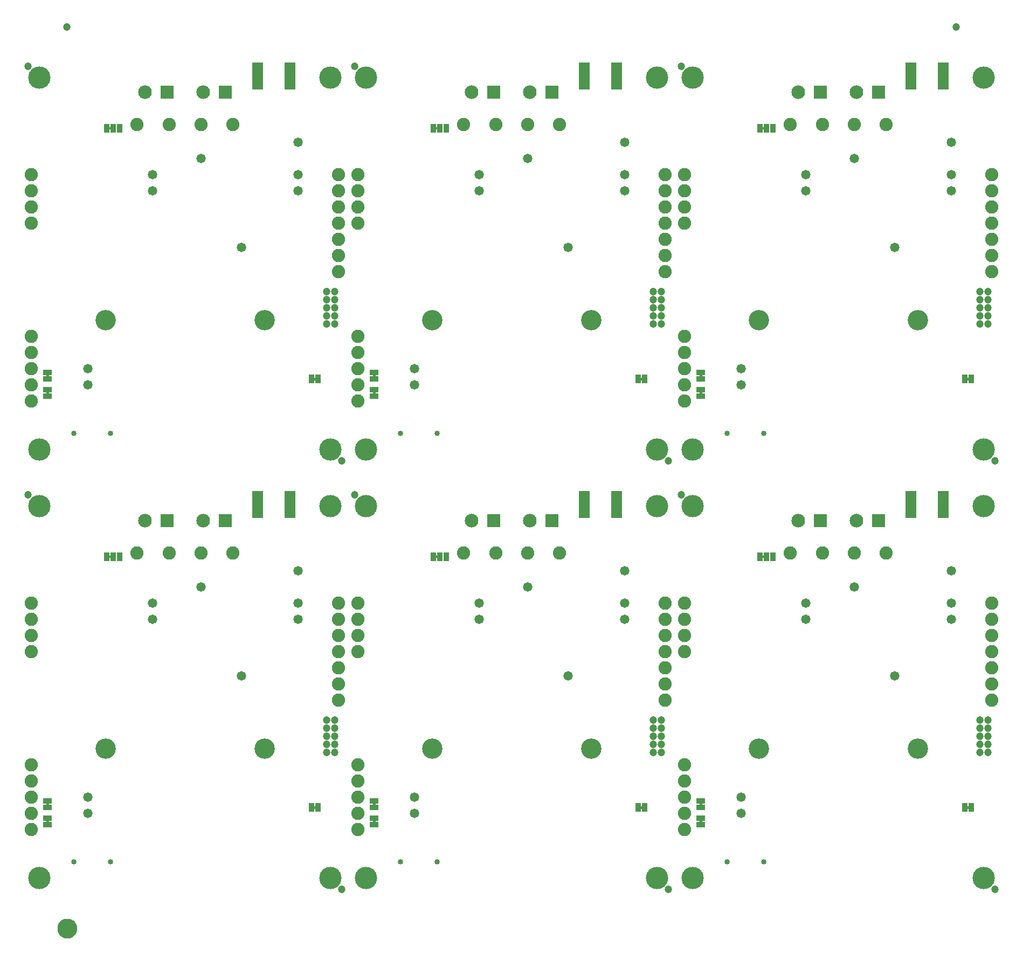
<source format=gbs>
G04 EAGLE Gerber RS-274X export*
G75*
%MOMM*%
%FSLAX34Y34*%
%LPD*%
%INSoldermask Bottom*%
%IPPOS*%
%AMOC8*
5,1,8,0,0,1.08239X$1,22.5*%
G01*
%ADD10C,2.082800*%
%ADD11C,1.203200*%
%ADD12C,2.133600*%
%ADD13R,2.133600X2.133600*%
%ADD14R,0.838200X1.473200*%
%ADD15C,3.203200*%
%ADD16C,1.473200*%
%ADD17R,1.473200X0.838200*%
%ADD18C,0.853200*%
%ADD19R,1.703200X4.203200*%
%ADD20C,3.505200*%
%ADD21C,1.270000*%
%ADD22C,1.703200*%

G36*
X1065595Y811542D02*
X1065595Y811542D01*
X1065661Y811544D01*
X1065704Y811562D01*
X1065751Y811570D01*
X1065808Y811604D01*
X1065868Y811629D01*
X1065903Y811660D01*
X1065944Y811685D01*
X1065986Y811736D01*
X1066034Y811780D01*
X1066056Y811822D01*
X1066085Y811859D01*
X1066106Y811921D01*
X1066137Y811980D01*
X1066145Y812034D01*
X1066157Y812071D01*
X1066156Y812111D01*
X1066164Y812165D01*
X1066164Y815975D01*
X1066153Y816040D01*
X1066151Y816106D01*
X1066133Y816149D01*
X1066125Y816196D01*
X1066091Y816253D01*
X1066066Y816313D01*
X1066035Y816348D01*
X1066010Y816389D01*
X1065959Y816431D01*
X1065915Y816479D01*
X1065873Y816501D01*
X1065836Y816530D01*
X1065774Y816551D01*
X1065715Y816582D01*
X1065661Y816590D01*
X1065624Y816602D01*
X1065584Y816601D01*
X1065530Y816609D01*
X1062990Y816609D01*
X1062925Y816598D01*
X1062859Y816596D01*
X1062816Y816578D01*
X1062769Y816570D01*
X1062712Y816536D01*
X1062652Y816511D01*
X1062617Y816480D01*
X1062576Y816455D01*
X1062535Y816404D01*
X1062486Y816360D01*
X1062464Y816318D01*
X1062435Y816281D01*
X1062414Y816219D01*
X1062383Y816160D01*
X1062375Y816106D01*
X1062363Y816069D01*
X1062363Y816065D01*
X1062363Y816064D01*
X1062364Y816029D01*
X1062356Y815975D01*
X1062356Y812165D01*
X1062367Y812100D01*
X1062369Y812034D01*
X1062387Y811991D01*
X1062395Y811944D01*
X1062429Y811887D01*
X1062454Y811827D01*
X1062485Y811792D01*
X1062510Y811751D01*
X1062561Y811710D01*
X1062605Y811661D01*
X1062647Y811639D01*
X1062684Y811610D01*
X1062746Y811589D01*
X1062805Y811558D01*
X1062859Y811550D01*
X1062896Y811538D01*
X1062936Y811539D01*
X1062990Y811531D01*
X1065530Y811531D01*
X1065595Y811542D01*
G37*
G36*
X552515Y811542D02*
X552515Y811542D01*
X552581Y811544D01*
X552624Y811562D01*
X552671Y811570D01*
X552728Y811604D01*
X552788Y811629D01*
X552823Y811660D01*
X552864Y811685D01*
X552906Y811736D01*
X552954Y811780D01*
X552976Y811822D01*
X553005Y811859D01*
X553026Y811921D01*
X553057Y811980D01*
X553065Y812034D01*
X553077Y812071D01*
X553076Y812111D01*
X553084Y812165D01*
X553084Y815975D01*
X553073Y816040D01*
X553071Y816106D01*
X553053Y816149D01*
X553045Y816196D01*
X553011Y816253D01*
X552986Y816313D01*
X552955Y816348D01*
X552930Y816389D01*
X552879Y816431D01*
X552835Y816479D01*
X552793Y816501D01*
X552756Y816530D01*
X552694Y816551D01*
X552635Y816582D01*
X552581Y816590D01*
X552544Y816602D01*
X552504Y816601D01*
X552450Y816609D01*
X549910Y816609D01*
X549845Y816598D01*
X549779Y816596D01*
X549736Y816578D01*
X549689Y816570D01*
X549632Y816536D01*
X549572Y816511D01*
X549537Y816480D01*
X549496Y816455D01*
X549455Y816404D01*
X549406Y816360D01*
X549384Y816318D01*
X549355Y816281D01*
X549334Y816219D01*
X549303Y816160D01*
X549295Y816106D01*
X549283Y816069D01*
X549283Y816065D01*
X549283Y816064D01*
X549284Y816029D01*
X549276Y815975D01*
X549276Y812165D01*
X549287Y812100D01*
X549289Y812034D01*
X549307Y811991D01*
X549315Y811944D01*
X549349Y811887D01*
X549374Y811827D01*
X549405Y811792D01*
X549430Y811751D01*
X549481Y811710D01*
X549525Y811661D01*
X549567Y811639D01*
X549604Y811610D01*
X549666Y811589D01*
X549725Y811558D01*
X549779Y811550D01*
X549816Y811538D01*
X549856Y811539D01*
X549910Y811531D01*
X552450Y811531D01*
X552515Y811542D01*
G37*
G36*
X39435Y811542D02*
X39435Y811542D01*
X39501Y811544D01*
X39544Y811562D01*
X39591Y811570D01*
X39648Y811604D01*
X39708Y811629D01*
X39743Y811660D01*
X39784Y811685D01*
X39826Y811736D01*
X39874Y811780D01*
X39896Y811822D01*
X39925Y811859D01*
X39946Y811921D01*
X39977Y811980D01*
X39985Y812034D01*
X39997Y812071D01*
X39996Y812111D01*
X40004Y812165D01*
X40004Y815975D01*
X39993Y816040D01*
X39991Y816106D01*
X39973Y816149D01*
X39965Y816196D01*
X39931Y816253D01*
X39906Y816313D01*
X39875Y816348D01*
X39850Y816389D01*
X39799Y816431D01*
X39755Y816479D01*
X39713Y816501D01*
X39676Y816530D01*
X39614Y816551D01*
X39555Y816582D01*
X39501Y816590D01*
X39464Y816602D01*
X39424Y816601D01*
X39370Y816609D01*
X36830Y816609D01*
X36765Y816598D01*
X36699Y816596D01*
X36656Y816578D01*
X36609Y816570D01*
X36552Y816536D01*
X36492Y816511D01*
X36457Y816480D01*
X36416Y816455D01*
X36375Y816404D01*
X36326Y816360D01*
X36304Y816318D01*
X36275Y816281D01*
X36254Y816219D01*
X36223Y816160D01*
X36215Y816106D01*
X36203Y816069D01*
X36203Y816065D01*
X36203Y816064D01*
X36204Y816029D01*
X36196Y815975D01*
X36196Y812165D01*
X36207Y812100D01*
X36209Y812034D01*
X36227Y811991D01*
X36235Y811944D01*
X36269Y811887D01*
X36294Y811827D01*
X36325Y811792D01*
X36350Y811751D01*
X36401Y811710D01*
X36445Y811661D01*
X36487Y811639D01*
X36524Y811610D01*
X36586Y811589D01*
X36645Y811558D01*
X36699Y811550D01*
X36736Y811538D01*
X36776Y811539D01*
X36830Y811531D01*
X39370Y811531D01*
X39435Y811542D01*
G37*
G36*
X1065595Y784872D02*
X1065595Y784872D01*
X1065661Y784874D01*
X1065704Y784892D01*
X1065751Y784900D01*
X1065808Y784934D01*
X1065868Y784959D01*
X1065903Y784990D01*
X1065944Y785015D01*
X1065986Y785066D01*
X1066034Y785110D01*
X1066056Y785152D01*
X1066085Y785189D01*
X1066106Y785251D01*
X1066137Y785310D01*
X1066145Y785364D01*
X1066157Y785401D01*
X1066156Y785441D01*
X1066164Y785495D01*
X1066164Y789305D01*
X1066153Y789370D01*
X1066151Y789436D01*
X1066133Y789479D01*
X1066125Y789526D01*
X1066091Y789583D01*
X1066066Y789643D01*
X1066035Y789678D01*
X1066010Y789719D01*
X1065959Y789761D01*
X1065915Y789809D01*
X1065873Y789831D01*
X1065836Y789860D01*
X1065774Y789881D01*
X1065715Y789912D01*
X1065661Y789920D01*
X1065624Y789932D01*
X1065584Y789931D01*
X1065530Y789939D01*
X1062990Y789939D01*
X1062925Y789928D01*
X1062859Y789926D01*
X1062816Y789908D01*
X1062769Y789900D01*
X1062712Y789866D01*
X1062652Y789841D01*
X1062617Y789810D01*
X1062576Y789785D01*
X1062535Y789734D01*
X1062486Y789690D01*
X1062464Y789648D01*
X1062435Y789611D01*
X1062414Y789549D01*
X1062383Y789490D01*
X1062375Y789436D01*
X1062363Y789399D01*
X1062363Y789395D01*
X1062363Y789394D01*
X1062364Y789359D01*
X1062356Y789305D01*
X1062356Y785495D01*
X1062367Y785430D01*
X1062369Y785364D01*
X1062387Y785321D01*
X1062395Y785274D01*
X1062429Y785217D01*
X1062454Y785157D01*
X1062485Y785122D01*
X1062510Y785081D01*
X1062561Y785040D01*
X1062605Y784991D01*
X1062647Y784969D01*
X1062684Y784940D01*
X1062746Y784919D01*
X1062805Y784888D01*
X1062859Y784880D01*
X1062896Y784868D01*
X1062936Y784869D01*
X1062990Y784861D01*
X1065530Y784861D01*
X1065595Y784872D01*
G37*
G36*
X39435Y784872D02*
X39435Y784872D01*
X39501Y784874D01*
X39544Y784892D01*
X39591Y784900D01*
X39648Y784934D01*
X39708Y784959D01*
X39743Y784990D01*
X39784Y785015D01*
X39826Y785066D01*
X39874Y785110D01*
X39896Y785152D01*
X39925Y785189D01*
X39946Y785251D01*
X39977Y785310D01*
X39985Y785364D01*
X39997Y785401D01*
X39996Y785441D01*
X40004Y785495D01*
X40004Y789305D01*
X39993Y789370D01*
X39991Y789436D01*
X39973Y789479D01*
X39965Y789526D01*
X39931Y789583D01*
X39906Y789643D01*
X39875Y789678D01*
X39850Y789719D01*
X39799Y789761D01*
X39755Y789809D01*
X39713Y789831D01*
X39676Y789860D01*
X39614Y789881D01*
X39555Y789912D01*
X39501Y789920D01*
X39464Y789932D01*
X39424Y789931D01*
X39370Y789939D01*
X36830Y789939D01*
X36765Y789928D01*
X36699Y789926D01*
X36656Y789908D01*
X36609Y789900D01*
X36552Y789866D01*
X36492Y789841D01*
X36457Y789810D01*
X36416Y789785D01*
X36375Y789734D01*
X36326Y789690D01*
X36304Y789648D01*
X36275Y789611D01*
X36254Y789549D01*
X36223Y789490D01*
X36215Y789436D01*
X36203Y789399D01*
X36203Y789395D01*
X36203Y789394D01*
X36204Y789359D01*
X36196Y789305D01*
X36196Y785495D01*
X36207Y785430D01*
X36209Y785364D01*
X36227Y785321D01*
X36235Y785274D01*
X36269Y785217D01*
X36294Y785157D01*
X36325Y785122D01*
X36350Y785081D01*
X36401Y785040D01*
X36445Y784991D01*
X36487Y784969D01*
X36524Y784940D01*
X36586Y784919D01*
X36645Y784888D01*
X36699Y784880D01*
X36736Y784868D01*
X36776Y784869D01*
X36830Y784861D01*
X39370Y784861D01*
X39435Y784872D01*
G37*
G36*
X552515Y784872D02*
X552515Y784872D01*
X552581Y784874D01*
X552624Y784892D01*
X552671Y784900D01*
X552728Y784934D01*
X552788Y784959D01*
X552823Y784990D01*
X552864Y785015D01*
X552906Y785066D01*
X552954Y785110D01*
X552976Y785152D01*
X553005Y785189D01*
X553026Y785251D01*
X553057Y785310D01*
X553065Y785364D01*
X553077Y785401D01*
X553076Y785441D01*
X553084Y785495D01*
X553084Y789305D01*
X553073Y789370D01*
X553071Y789436D01*
X553053Y789479D01*
X553045Y789526D01*
X553011Y789583D01*
X552986Y789643D01*
X552955Y789678D01*
X552930Y789719D01*
X552879Y789761D01*
X552835Y789809D01*
X552793Y789831D01*
X552756Y789860D01*
X552694Y789881D01*
X552635Y789912D01*
X552581Y789920D01*
X552544Y789932D01*
X552504Y789931D01*
X552450Y789939D01*
X549910Y789939D01*
X549845Y789928D01*
X549779Y789926D01*
X549736Y789908D01*
X549689Y789900D01*
X549632Y789866D01*
X549572Y789841D01*
X549537Y789810D01*
X549496Y789785D01*
X549455Y789734D01*
X549406Y789690D01*
X549384Y789648D01*
X549355Y789611D01*
X549334Y789549D01*
X549303Y789490D01*
X549295Y789436D01*
X549283Y789399D01*
X549283Y789395D01*
X549283Y789394D01*
X549284Y789359D01*
X549276Y789305D01*
X549276Y785495D01*
X549287Y785430D01*
X549289Y785364D01*
X549307Y785321D01*
X549315Y785274D01*
X549349Y785217D01*
X549374Y785157D01*
X549405Y785122D01*
X549430Y785081D01*
X549481Y785040D01*
X549525Y784991D01*
X549567Y784969D01*
X549604Y784940D01*
X549666Y784919D01*
X549725Y784888D01*
X549779Y784880D01*
X549816Y784868D01*
X549856Y784869D01*
X549910Y784861D01*
X552450Y784861D01*
X552515Y784872D01*
G37*
G36*
X1065595Y138442D02*
X1065595Y138442D01*
X1065661Y138444D01*
X1065704Y138462D01*
X1065751Y138470D01*
X1065808Y138504D01*
X1065868Y138529D01*
X1065903Y138560D01*
X1065944Y138585D01*
X1065986Y138636D01*
X1066034Y138680D01*
X1066056Y138722D01*
X1066085Y138759D01*
X1066106Y138821D01*
X1066137Y138880D01*
X1066145Y138934D01*
X1066157Y138971D01*
X1066156Y139011D01*
X1066164Y139065D01*
X1066164Y142875D01*
X1066153Y142940D01*
X1066151Y143006D01*
X1066133Y143049D01*
X1066125Y143096D01*
X1066091Y143153D01*
X1066066Y143213D01*
X1066035Y143248D01*
X1066010Y143289D01*
X1065959Y143331D01*
X1065915Y143379D01*
X1065873Y143401D01*
X1065836Y143430D01*
X1065774Y143451D01*
X1065715Y143482D01*
X1065661Y143490D01*
X1065624Y143502D01*
X1065584Y143501D01*
X1065530Y143509D01*
X1062990Y143509D01*
X1062925Y143498D01*
X1062859Y143496D01*
X1062816Y143478D01*
X1062769Y143470D01*
X1062712Y143436D01*
X1062652Y143411D01*
X1062617Y143380D01*
X1062576Y143355D01*
X1062535Y143304D01*
X1062486Y143260D01*
X1062464Y143218D01*
X1062435Y143181D01*
X1062414Y143119D01*
X1062383Y143060D01*
X1062375Y143006D01*
X1062363Y142969D01*
X1062363Y142965D01*
X1062363Y142964D01*
X1062364Y142929D01*
X1062356Y142875D01*
X1062356Y139065D01*
X1062367Y139000D01*
X1062369Y138934D01*
X1062387Y138891D01*
X1062395Y138844D01*
X1062429Y138787D01*
X1062454Y138727D01*
X1062485Y138692D01*
X1062510Y138651D01*
X1062561Y138610D01*
X1062605Y138561D01*
X1062647Y138539D01*
X1062684Y138510D01*
X1062746Y138489D01*
X1062805Y138458D01*
X1062859Y138450D01*
X1062896Y138438D01*
X1062936Y138439D01*
X1062990Y138431D01*
X1065530Y138431D01*
X1065595Y138442D01*
G37*
G36*
X552515Y138442D02*
X552515Y138442D01*
X552581Y138444D01*
X552624Y138462D01*
X552671Y138470D01*
X552728Y138504D01*
X552788Y138529D01*
X552823Y138560D01*
X552864Y138585D01*
X552906Y138636D01*
X552954Y138680D01*
X552976Y138722D01*
X553005Y138759D01*
X553026Y138821D01*
X553057Y138880D01*
X553065Y138934D01*
X553077Y138971D01*
X553076Y139011D01*
X553084Y139065D01*
X553084Y142875D01*
X553073Y142940D01*
X553071Y143006D01*
X553053Y143049D01*
X553045Y143096D01*
X553011Y143153D01*
X552986Y143213D01*
X552955Y143248D01*
X552930Y143289D01*
X552879Y143331D01*
X552835Y143379D01*
X552793Y143401D01*
X552756Y143430D01*
X552694Y143451D01*
X552635Y143482D01*
X552581Y143490D01*
X552544Y143502D01*
X552504Y143501D01*
X552450Y143509D01*
X549910Y143509D01*
X549845Y143498D01*
X549779Y143496D01*
X549736Y143478D01*
X549689Y143470D01*
X549632Y143436D01*
X549572Y143411D01*
X549537Y143380D01*
X549496Y143355D01*
X549455Y143304D01*
X549406Y143260D01*
X549384Y143218D01*
X549355Y143181D01*
X549334Y143119D01*
X549303Y143060D01*
X549295Y143006D01*
X549283Y142969D01*
X549283Y142965D01*
X549283Y142964D01*
X549284Y142929D01*
X549276Y142875D01*
X549276Y139065D01*
X549287Y139000D01*
X549289Y138934D01*
X549307Y138891D01*
X549315Y138844D01*
X549349Y138787D01*
X549374Y138727D01*
X549405Y138692D01*
X549430Y138651D01*
X549481Y138610D01*
X549525Y138561D01*
X549567Y138539D01*
X549604Y138510D01*
X549666Y138489D01*
X549725Y138458D01*
X549779Y138450D01*
X549816Y138438D01*
X549856Y138439D01*
X549910Y138431D01*
X552450Y138431D01*
X552515Y138442D01*
G37*
G36*
X39435Y138442D02*
X39435Y138442D01*
X39501Y138444D01*
X39544Y138462D01*
X39591Y138470D01*
X39648Y138504D01*
X39708Y138529D01*
X39743Y138560D01*
X39784Y138585D01*
X39826Y138636D01*
X39874Y138680D01*
X39896Y138722D01*
X39925Y138759D01*
X39946Y138821D01*
X39977Y138880D01*
X39985Y138934D01*
X39997Y138971D01*
X39996Y139011D01*
X40004Y139065D01*
X40004Y142875D01*
X39993Y142940D01*
X39991Y143006D01*
X39973Y143049D01*
X39965Y143096D01*
X39931Y143153D01*
X39906Y143213D01*
X39875Y143248D01*
X39850Y143289D01*
X39799Y143331D01*
X39755Y143379D01*
X39713Y143401D01*
X39676Y143430D01*
X39614Y143451D01*
X39555Y143482D01*
X39501Y143490D01*
X39464Y143502D01*
X39424Y143501D01*
X39370Y143509D01*
X36830Y143509D01*
X36765Y143498D01*
X36699Y143496D01*
X36656Y143478D01*
X36609Y143470D01*
X36552Y143436D01*
X36492Y143411D01*
X36457Y143380D01*
X36416Y143355D01*
X36375Y143304D01*
X36326Y143260D01*
X36304Y143218D01*
X36275Y143181D01*
X36254Y143119D01*
X36223Y143060D01*
X36215Y143006D01*
X36203Y142969D01*
X36203Y142965D01*
X36203Y142964D01*
X36204Y142929D01*
X36196Y142875D01*
X36196Y139065D01*
X36207Y139000D01*
X36209Y138934D01*
X36227Y138891D01*
X36235Y138844D01*
X36269Y138787D01*
X36294Y138727D01*
X36325Y138692D01*
X36350Y138651D01*
X36401Y138610D01*
X36445Y138561D01*
X36487Y138539D01*
X36524Y138510D01*
X36586Y138489D01*
X36645Y138458D01*
X36699Y138450D01*
X36736Y138438D01*
X36776Y138439D01*
X36830Y138431D01*
X39370Y138431D01*
X39435Y138442D01*
G37*
G36*
X552515Y111772D02*
X552515Y111772D01*
X552581Y111774D01*
X552624Y111792D01*
X552671Y111800D01*
X552728Y111834D01*
X552788Y111859D01*
X552823Y111890D01*
X552864Y111915D01*
X552906Y111966D01*
X552954Y112010D01*
X552976Y112052D01*
X553005Y112089D01*
X553026Y112151D01*
X553057Y112210D01*
X553065Y112264D01*
X553077Y112301D01*
X553076Y112341D01*
X553084Y112395D01*
X553084Y116205D01*
X553073Y116270D01*
X553071Y116336D01*
X553053Y116379D01*
X553045Y116426D01*
X553011Y116483D01*
X552986Y116543D01*
X552955Y116578D01*
X552930Y116619D01*
X552879Y116661D01*
X552835Y116709D01*
X552793Y116731D01*
X552756Y116760D01*
X552694Y116781D01*
X552635Y116812D01*
X552581Y116820D01*
X552544Y116832D01*
X552504Y116831D01*
X552450Y116839D01*
X549910Y116839D01*
X549845Y116828D01*
X549779Y116826D01*
X549736Y116808D01*
X549689Y116800D01*
X549632Y116766D01*
X549572Y116741D01*
X549537Y116710D01*
X549496Y116685D01*
X549455Y116634D01*
X549406Y116590D01*
X549384Y116548D01*
X549355Y116511D01*
X549334Y116449D01*
X549303Y116390D01*
X549295Y116336D01*
X549283Y116299D01*
X549283Y116295D01*
X549283Y116294D01*
X549284Y116259D01*
X549276Y116205D01*
X549276Y112395D01*
X549287Y112330D01*
X549289Y112264D01*
X549307Y112221D01*
X549315Y112174D01*
X549349Y112117D01*
X549374Y112057D01*
X549405Y112022D01*
X549430Y111981D01*
X549481Y111940D01*
X549525Y111891D01*
X549567Y111869D01*
X549604Y111840D01*
X549666Y111819D01*
X549725Y111788D01*
X549779Y111780D01*
X549816Y111768D01*
X549856Y111769D01*
X549910Y111761D01*
X552450Y111761D01*
X552515Y111772D01*
G37*
G36*
X1065595Y111772D02*
X1065595Y111772D01*
X1065661Y111774D01*
X1065704Y111792D01*
X1065751Y111800D01*
X1065808Y111834D01*
X1065868Y111859D01*
X1065903Y111890D01*
X1065944Y111915D01*
X1065986Y111966D01*
X1066034Y112010D01*
X1066056Y112052D01*
X1066085Y112089D01*
X1066106Y112151D01*
X1066137Y112210D01*
X1066145Y112264D01*
X1066157Y112301D01*
X1066156Y112341D01*
X1066164Y112395D01*
X1066164Y116205D01*
X1066153Y116270D01*
X1066151Y116336D01*
X1066133Y116379D01*
X1066125Y116426D01*
X1066091Y116483D01*
X1066066Y116543D01*
X1066035Y116578D01*
X1066010Y116619D01*
X1065959Y116661D01*
X1065915Y116709D01*
X1065873Y116731D01*
X1065836Y116760D01*
X1065774Y116781D01*
X1065715Y116812D01*
X1065661Y116820D01*
X1065624Y116832D01*
X1065584Y116831D01*
X1065530Y116839D01*
X1062990Y116839D01*
X1062925Y116828D01*
X1062859Y116826D01*
X1062816Y116808D01*
X1062769Y116800D01*
X1062712Y116766D01*
X1062652Y116741D01*
X1062617Y116710D01*
X1062576Y116685D01*
X1062535Y116634D01*
X1062486Y116590D01*
X1062464Y116548D01*
X1062435Y116511D01*
X1062414Y116449D01*
X1062383Y116390D01*
X1062375Y116336D01*
X1062363Y116299D01*
X1062363Y116295D01*
X1062363Y116294D01*
X1062364Y116259D01*
X1062356Y116205D01*
X1062356Y112395D01*
X1062367Y112330D01*
X1062369Y112264D01*
X1062387Y112221D01*
X1062395Y112174D01*
X1062429Y112117D01*
X1062454Y112057D01*
X1062485Y112022D01*
X1062510Y111981D01*
X1062561Y111940D01*
X1062605Y111891D01*
X1062647Y111869D01*
X1062684Y111840D01*
X1062746Y111819D01*
X1062805Y111788D01*
X1062859Y111780D01*
X1062896Y111768D01*
X1062936Y111769D01*
X1062990Y111761D01*
X1065530Y111761D01*
X1065595Y111772D01*
G37*
G36*
X39435Y111772D02*
X39435Y111772D01*
X39501Y111774D01*
X39544Y111792D01*
X39591Y111800D01*
X39648Y111834D01*
X39708Y111859D01*
X39743Y111890D01*
X39784Y111915D01*
X39826Y111966D01*
X39874Y112010D01*
X39896Y112052D01*
X39925Y112089D01*
X39946Y112151D01*
X39977Y112210D01*
X39985Y112264D01*
X39997Y112301D01*
X39996Y112341D01*
X40004Y112395D01*
X40004Y116205D01*
X39993Y116270D01*
X39991Y116336D01*
X39973Y116379D01*
X39965Y116426D01*
X39931Y116483D01*
X39906Y116543D01*
X39875Y116578D01*
X39850Y116619D01*
X39799Y116661D01*
X39755Y116709D01*
X39713Y116731D01*
X39676Y116760D01*
X39614Y116781D01*
X39555Y116812D01*
X39501Y116820D01*
X39464Y116832D01*
X39424Y116831D01*
X39370Y116839D01*
X36830Y116839D01*
X36765Y116828D01*
X36699Y116826D01*
X36656Y116808D01*
X36609Y116800D01*
X36552Y116766D01*
X36492Y116741D01*
X36457Y116710D01*
X36416Y116685D01*
X36375Y116634D01*
X36326Y116590D01*
X36304Y116548D01*
X36275Y116511D01*
X36254Y116449D01*
X36223Y116390D01*
X36215Y116336D01*
X36203Y116299D01*
X36203Y116295D01*
X36203Y116294D01*
X36204Y116259D01*
X36196Y116205D01*
X36196Y112395D01*
X36207Y112330D01*
X36209Y112264D01*
X36227Y112221D01*
X36235Y112174D01*
X36269Y112117D01*
X36294Y112057D01*
X36325Y112022D01*
X36350Y111981D01*
X36401Y111940D01*
X36445Y111891D01*
X36487Y111869D01*
X36524Y111840D01*
X36586Y111819D01*
X36645Y111788D01*
X36699Y111780D01*
X36736Y111768D01*
X36776Y111769D01*
X36830Y111761D01*
X39370Y111761D01*
X39435Y111772D01*
G37*
G36*
X1164020Y1200797D02*
X1164020Y1200797D01*
X1164086Y1200799D01*
X1164129Y1200817D01*
X1164176Y1200825D01*
X1164233Y1200859D01*
X1164293Y1200884D01*
X1164328Y1200915D01*
X1164369Y1200940D01*
X1164411Y1200991D01*
X1164459Y1201035D01*
X1164481Y1201077D01*
X1164510Y1201114D01*
X1164531Y1201176D01*
X1164562Y1201235D01*
X1164570Y1201289D01*
X1164582Y1201326D01*
X1164581Y1201366D01*
X1164589Y1201420D01*
X1164589Y1203960D01*
X1164578Y1204025D01*
X1164576Y1204091D01*
X1164558Y1204134D01*
X1164550Y1204181D01*
X1164516Y1204238D01*
X1164491Y1204298D01*
X1164460Y1204333D01*
X1164435Y1204374D01*
X1164384Y1204416D01*
X1164340Y1204464D01*
X1164298Y1204486D01*
X1164261Y1204515D01*
X1164199Y1204536D01*
X1164140Y1204567D01*
X1164086Y1204575D01*
X1164049Y1204587D01*
X1164009Y1204586D01*
X1163955Y1204594D01*
X1160145Y1204594D01*
X1160080Y1204583D01*
X1160014Y1204581D01*
X1159971Y1204563D01*
X1159924Y1204555D01*
X1159867Y1204521D01*
X1159807Y1204496D01*
X1159772Y1204465D01*
X1159731Y1204440D01*
X1159690Y1204389D01*
X1159641Y1204345D01*
X1159619Y1204303D01*
X1159590Y1204266D01*
X1159569Y1204204D01*
X1159538Y1204145D01*
X1159530Y1204091D01*
X1159518Y1204054D01*
X1159518Y1204051D01*
X1159519Y1204014D01*
X1159511Y1203960D01*
X1159511Y1201420D01*
X1159522Y1201355D01*
X1159524Y1201289D01*
X1159542Y1201246D01*
X1159550Y1201199D01*
X1159584Y1201142D01*
X1159609Y1201082D01*
X1159640Y1201047D01*
X1159665Y1201006D01*
X1159716Y1200965D01*
X1159760Y1200916D01*
X1159802Y1200894D01*
X1159839Y1200865D01*
X1159901Y1200844D01*
X1159960Y1200813D01*
X1160014Y1200805D01*
X1160051Y1200793D01*
X1160091Y1200794D01*
X1160145Y1200786D01*
X1163955Y1200786D01*
X1164020Y1200797D01*
G37*
G36*
X137860Y1200797D02*
X137860Y1200797D01*
X137926Y1200799D01*
X137969Y1200817D01*
X138016Y1200825D01*
X138073Y1200859D01*
X138133Y1200884D01*
X138168Y1200915D01*
X138209Y1200940D01*
X138251Y1200991D01*
X138299Y1201035D01*
X138321Y1201077D01*
X138350Y1201114D01*
X138371Y1201176D01*
X138402Y1201235D01*
X138410Y1201289D01*
X138422Y1201326D01*
X138421Y1201366D01*
X138429Y1201420D01*
X138429Y1203960D01*
X138418Y1204025D01*
X138416Y1204091D01*
X138398Y1204134D01*
X138390Y1204181D01*
X138356Y1204238D01*
X138331Y1204298D01*
X138300Y1204333D01*
X138275Y1204374D01*
X138224Y1204416D01*
X138180Y1204464D01*
X138138Y1204486D01*
X138101Y1204515D01*
X138039Y1204536D01*
X137980Y1204567D01*
X137926Y1204575D01*
X137889Y1204587D01*
X137849Y1204586D01*
X137795Y1204594D01*
X133985Y1204594D01*
X133920Y1204583D01*
X133854Y1204581D01*
X133811Y1204563D01*
X133764Y1204555D01*
X133707Y1204521D01*
X133647Y1204496D01*
X133612Y1204465D01*
X133571Y1204440D01*
X133530Y1204389D01*
X133481Y1204345D01*
X133459Y1204303D01*
X133430Y1204266D01*
X133409Y1204204D01*
X133378Y1204145D01*
X133370Y1204091D01*
X133358Y1204054D01*
X133358Y1204051D01*
X133359Y1204014D01*
X133351Y1203960D01*
X133351Y1201420D01*
X133362Y1201355D01*
X133364Y1201289D01*
X133382Y1201246D01*
X133390Y1201199D01*
X133424Y1201142D01*
X133449Y1201082D01*
X133480Y1201047D01*
X133505Y1201006D01*
X133556Y1200965D01*
X133600Y1200916D01*
X133642Y1200894D01*
X133679Y1200865D01*
X133741Y1200844D01*
X133800Y1200813D01*
X133854Y1200805D01*
X133891Y1200793D01*
X133931Y1200794D01*
X133985Y1200786D01*
X137795Y1200786D01*
X137860Y1200797D01*
G37*
G36*
X650940Y1200797D02*
X650940Y1200797D01*
X651006Y1200799D01*
X651049Y1200817D01*
X651096Y1200825D01*
X651153Y1200859D01*
X651213Y1200884D01*
X651248Y1200915D01*
X651289Y1200940D01*
X651331Y1200991D01*
X651379Y1201035D01*
X651401Y1201077D01*
X651430Y1201114D01*
X651451Y1201176D01*
X651482Y1201235D01*
X651490Y1201289D01*
X651502Y1201326D01*
X651501Y1201366D01*
X651509Y1201420D01*
X651509Y1203960D01*
X651498Y1204025D01*
X651496Y1204091D01*
X651478Y1204134D01*
X651470Y1204181D01*
X651436Y1204238D01*
X651411Y1204298D01*
X651380Y1204333D01*
X651355Y1204374D01*
X651304Y1204416D01*
X651260Y1204464D01*
X651218Y1204486D01*
X651181Y1204515D01*
X651119Y1204536D01*
X651060Y1204567D01*
X651006Y1204575D01*
X650969Y1204587D01*
X650929Y1204586D01*
X650875Y1204594D01*
X647065Y1204594D01*
X647000Y1204583D01*
X646934Y1204581D01*
X646891Y1204563D01*
X646844Y1204555D01*
X646787Y1204521D01*
X646727Y1204496D01*
X646692Y1204465D01*
X646651Y1204440D01*
X646610Y1204389D01*
X646561Y1204345D01*
X646539Y1204303D01*
X646510Y1204266D01*
X646489Y1204204D01*
X646458Y1204145D01*
X646450Y1204091D01*
X646438Y1204054D01*
X646438Y1204051D01*
X646439Y1204014D01*
X646431Y1203960D01*
X646431Y1201420D01*
X646442Y1201355D01*
X646444Y1201289D01*
X646462Y1201246D01*
X646470Y1201199D01*
X646504Y1201142D01*
X646529Y1201082D01*
X646560Y1201047D01*
X646585Y1201006D01*
X646636Y1200965D01*
X646680Y1200916D01*
X646722Y1200894D01*
X646759Y1200865D01*
X646821Y1200844D01*
X646880Y1200813D01*
X646934Y1200805D01*
X646971Y1200793D01*
X647011Y1200794D01*
X647065Y1200786D01*
X650875Y1200786D01*
X650940Y1200797D01*
G37*
G36*
X972758Y806843D02*
X972758Y806843D01*
X972824Y806845D01*
X972867Y806863D01*
X972914Y806871D01*
X972971Y806905D01*
X973031Y806930D01*
X973066Y806961D01*
X973107Y806986D01*
X973149Y807037D01*
X973197Y807081D01*
X973219Y807123D01*
X973248Y807160D01*
X973269Y807222D01*
X973300Y807281D01*
X973308Y807335D01*
X973320Y807372D01*
X973319Y807412D01*
X973327Y807466D01*
X973327Y810006D01*
X973316Y810071D01*
X973314Y810137D01*
X973296Y810180D01*
X973288Y810227D01*
X973254Y810284D01*
X973229Y810344D01*
X973198Y810379D01*
X973173Y810420D01*
X973122Y810462D01*
X973078Y810510D01*
X973036Y810532D01*
X972999Y810561D01*
X972937Y810582D01*
X972878Y810613D01*
X972824Y810621D01*
X972787Y810633D01*
X972747Y810632D01*
X972693Y810640D01*
X968883Y810640D01*
X968818Y810629D01*
X968752Y810627D01*
X968709Y810609D01*
X968662Y810601D01*
X968605Y810567D01*
X968545Y810542D01*
X968510Y810511D01*
X968469Y810486D01*
X968428Y810435D01*
X968379Y810391D01*
X968357Y810349D01*
X968328Y810312D01*
X968307Y810250D01*
X968276Y810191D01*
X968268Y810137D01*
X968256Y810100D01*
X968256Y810097D01*
X968257Y810060D01*
X968249Y810006D01*
X968249Y807466D01*
X968260Y807401D01*
X968262Y807335D01*
X968280Y807292D01*
X968288Y807245D01*
X968322Y807188D01*
X968347Y807128D01*
X968378Y807093D01*
X968403Y807052D01*
X968454Y807011D01*
X968498Y806962D01*
X968540Y806940D01*
X968577Y806911D01*
X968639Y806890D01*
X968698Y806859D01*
X968752Y806851D01*
X968789Y806839D01*
X968829Y806840D01*
X968883Y806832D01*
X972693Y806832D01*
X972758Y806843D01*
G37*
G36*
X1485838Y806843D02*
X1485838Y806843D01*
X1485904Y806845D01*
X1485947Y806863D01*
X1485994Y806871D01*
X1486051Y806905D01*
X1486111Y806930D01*
X1486146Y806961D01*
X1486187Y806986D01*
X1486229Y807037D01*
X1486277Y807081D01*
X1486299Y807123D01*
X1486328Y807160D01*
X1486349Y807222D01*
X1486380Y807281D01*
X1486388Y807335D01*
X1486400Y807372D01*
X1486399Y807412D01*
X1486407Y807466D01*
X1486407Y810006D01*
X1486396Y810071D01*
X1486394Y810137D01*
X1486376Y810180D01*
X1486368Y810227D01*
X1486334Y810284D01*
X1486309Y810344D01*
X1486278Y810379D01*
X1486253Y810420D01*
X1486202Y810462D01*
X1486158Y810510D01*
X1486116Y810532D01*
X1486079Y810561D01*
X1486017Y810582D01*
X1485958Y810613D01*
X1485904Y810621D01*
X1485867Y810633D01*
X1485827Y810632D01*
X1485773Y810640D01*
X1481963Y810640D01*
X1481898Y810629D01*
X1481832Y810627D01*
X1481789Y810609D01*
X1481742Y810601D01*
X1481685Y810567D01*
X1481625Y810542D01*
X1481590Y810511D01*
X1481549Y810486D01*
X1481508Y810435D01*
X1481459Y810391D01*
X1481437Y810349D01*
X1481408Y810312D01*
X1481387Y810250D01*
X1481356Y810191D01*
X1481348Y810137D01*
X1481336Y810100D01*
X1481336Y810097D01*
X1481337Y810060D01*
X1481329Y810006D01*
X1481329Y807466D01*
X1481340Y807401D01*
X1481342Y807335D01*
X1481360Y807292D01*
X1481368Y807245D01*
X1481402Y807188D01*
X1481427Y807128D01*
X1481458Y807093D01*
X1481483Y807052D01*
X1481534Y807011D01*
X1481578Y806962D01*
X1481620Y806940D01*
X1481657Y806911D01*
X1481719Y806890D01*
X1481778Y806859D01*
X1481832Y806851D01*
X1481869Y806839D01*
X1481909Y806840D01*
X1481963Y806832D01*
X1485773Y806832D01*
X1485838Y806843D01*
G37*
G36*
X459678Y806843D02*
X459678Y806843D01*
X459744Y806845D01*
X459787Y806863D01*
X459834Y806871D01*
X459891Y806905D01*
X459951Y806930D01*
X459986Y806961D01*
X460027Y806986D01*
X460069Y807037D01*
X460117Y807081D01*
X460139Y807123D01*
X460168Y807160D01*
X460189Y807222D01*
X460220Y807281D01*
X460228Y807335D01*
X460240Y807372D01*
X460239Y807412D01*
X460247Y807466D01*
X460247Y810006D01*
X460236Y810071D01*
X460234Y810137D01*
X460216Y810180D01*
X460208Y810227D01*
X460174Y810284D01*
X460149Y810344D01*
X460118Y810379D01*
X460093Y810420D01*
X460042Y810462D01*
X459998Y810510D01*
X459956Y810532D01*
X459919Y810561D01*
X459857Y810582D01*
X459798Y810613D01*
X459744Y810621D01*
X459707Y810633D01*
X459667Y810632D01*
X459613Y810640D01*
X455803Y810640D01*
X455738Y810629D01*
X455672Y810627D01*
X455629Y810609D01*
X455582Y810601D01*
X455525Y810567D01*
X455465Y810542D01*
X455430Y810511D01*
X455389Y810486D01*
X455348Y810435D01*
X455299Y810391D01*
X455277Y810349D01*
X455248Y810312D01*
X455227Y810250D01*
X455196Y810191D01*
X455188Y810137D01*
X455176Y810100D01*
X455176Y810097D01*
X455177Y810060D01*
X455169Y810006D01*
X455169Y807466D01*
X455180Y807401D01*
X455182Y807335D01*
X455200Y807292D01*
X455208Y807245D01*
X455242Y807188D01*
X455267Y807128D01*
X455298Y807093D01*
X455323Y807052D01*
X455374Y807011D01*
X455418Y806962D01*
X455460Y806940D01*
X455497Y806911D01*
X455559Y806890D01*
X455618Y806859D01*
X455672Y806851D01*
X455709Y806839D01*
X455749Y806840D01*
X455803Y806832D01*
X459613Y806832D01*
X459678Y806843D01*
G37*
G36*
X1164020Y527697D02*
X1164020Y527697D01*
X1164086Y527699D01*
X1164129Y527717D01*
X1164176Y527725D01*
X1164233Y527759D01*
X1164293Y527784D01*
X1164328Y527815D01*
X1164369Y527840D01*
X1164411Y527891D01*
X1164459Y527935D01*
X1164481Y527977D01*
X1164510Y528014D01*
X1164531Y528076D01*
X1164562Y528135D01*
X1164570Y528189D01*
X1164582Y528226D01*
X1164581Y528266D01*
X1164589Y528320D01*
X1164589Y530860D01*
X1164578Y530925D01*
X1164576Y530991D01*
X1164558Y531034D01*
X1164550Y531081D01*
X1164516Y531138D01*
X1164491Y531198D01*
X1164460Y531233D01*
X1164435Y531274D01*
X1164384Y531316D01*
X1164340Y531364D01*
X1164298Y531386D01*
X1164261Y531415D01*
X1164199Y531436D01*
X1164140Y531467D01*
X1164086Y531475D01*
X1164049Y531487D01*
X1164009Y531486D01*
X1163955Y531494D01*
X1160145Y531494D01*
X1160080Y531483D01*
X1160014Y531481D01*
X1159971Y531463D01*
X1159924Y531455D01*
X1159867Y531421D01*
X1159807Y531396D01*
X1159772Y531365D01*
X1159731Y531340D01*
X1159690Y531289D01*
X1159641Y531245D01*
X1159619Y531203D01*
X1159590Y531166D01*
X1159569Y531104D01*
X1159538Y531045D01*
X1159530Y530991D01*
X1159518Y530954D01*
X1159518Y530951D01*
X1159519Y530914D01*
X1159511Y530860D01*
X1159511Y528320D01*
X1159522Y528255D01*
X1159524Y528189D01*
X1159542Y528146D01*
X1159550Y528099D01*
X1159584Y528042D01*
X1159609Y527982D01*
X1159640Y527947D01*
X1159665Y527906D01*
X1159716Y527865D01*
X1159760Y527816D01*
X1159802Y527794D01*
X1159839Y527765D01*
X1159901Y527744D01*
X1159960Y527713D01*
X1160014Y527705D01*
X1160051Y527693D01*
X1160091Y527694D01*
X1160145Y527686D01*
X1163955Y527686D01*
X1164020Y527697D01*
G37*
G36*
X650940Y527697D02*
X650940Y527697D01*
X651006Y527699D01*
X651049Y527717D01*
X651096Y527725D01*
X651153Y527759D01*
X651213Y527784D01*
X651248Y527815D01*
X651289Y527840D01*
X651331Y527891D01*
X651379Y527935D01*
X651401Y527977D01*
X651430Y528014D01*
X651451Y528076D01*
X651482Y528135D01*
X651490Y528189D01*
X651502Y528226D01*
X651501Y528266D01*
X651509Y528320D01*
X651509Y530860D01*
X651498Y530925D01*
X651496Y530991D01*
X651478Y531034D01*
X651470Y531081D01*
X651436Y531138D01*
X651411Y531198D01*
X651380Y531233D01*
X651355Y531274D01*
X651304Y531316D01*
X651260Y531364D01*
X651218Y531386D01*
X651181Y531415D01*
X651119Y531436D01*
X651060Y531467D01*
X651006Y531475D01*
X650969Y531487D01*
X650929Y531486D01*
X650875Y531494D01*
X647065Y531494D01*
X647000Y531483D01*
X646934Y531481D01*
X646891Y531463D01*
X646844Y531455D01*
X646787Y531421D01*
X646727Y531396D01*
X646692Y531365D01*
X646651Y531340D01*
X646610Y531289D01*
X646561Y531245D01*
X646539Y531203D01*
X646510Y531166D01*
X646489Y531104D01*
X646458Y531045D01*
X646450Y530991D01*
X646438Y530954D01*
X646438Y530951D01*
X646439Y530914D01*
X646431Y530860D01*
X646431Y528320D01*
X646442Y528255D01*
X646444Y528189D01*
X646462Y528146D01*
X646470Y528099D01*
X646504Y528042D01*
X646529Y527982D01*
X646560Y527947D01*
X646585Y527906D01*
X646636Y527865D01*
X646680Y527816D01*
X646722Y527794D01*
X646759Y527765D01*
X646821Y527744D01*
X646880Y527713D01*
X646934Y527705D01*
X646971Y527693D01*
X647011Y527694D01*
X647065Y527686D01*
X650875Y527686D01*
X650940Y527697D01*
G37*
G36*
X137860Y527697D02*
X137860Y527697D01*
X137926Y527699D01*
X137969Y527717D01*
X138016Y527725D01*
X138073Y527759D01*
X138133Y527784D01*
X138168Y527815D01*
X138209Y527840D01*
X138251Y527891D01*
X138299Y527935D01*
X138321Y527977D01*
X138350Y528014D01*
X138371Y528076D01*
X138402Y528135D01*
X138410Y528189D01*
X138422Y528226D01*
X138421Y528266D01*
X138429Y528320D01*
X138429Y530860D01*
X138418Y530925D01*
X138416Y530991D01*
X138398Y531034D01*
X138390Y531081D01*
X138356Y531138D01*
X138331Y531198D01*
X138300Y531233D01*
X138275Y531274D01*
X138224Y531316D01*
X138180Y531364D01*
X138138Y531386D01*
X138101Y531415D01*
X138039Y531436D01*
X137980Y531467D01*
X137926Y531475D01*
X137889Y531487D01*
X137849Y531486D01*
X137795Y531494D01*
X133985Y531494D01*
X133920Y531483D01*
X133854Y531481D01*
X133811Y531463D01*
X133764Y531455D01*
X133707Y531421D01*
X133647Y531396D01*
X133612Y531365D01*
X133571Y531340D01*
X133530Y531289D01*
X133481Y531245D01*
X133459Y531203D01*
X133430Y531166D01*
X133409Y531104D01*
X133378Y531045D01*
X133370Y530991D01*
X133358Y530954D01*
X133358Y530951D01*
X133359Y530914D01*
X133351Y530860D01*
X133351Y528320D01*
X133362Y528255D01*
X133364Y528189D01*
X133382Y528146D01*
X133390Y528099D01*
X133424Y528042D01*
X133449Y527982D01*
X133480Y527947D01*
X133505Y527906D01*
X133556Y527865D01*
X133600Y527816D01*
X133642Y527794D01*
X133679Y527765D01*
X133741Y527744D01*
X133800Y527713D01*
X133854Y527705D01*
X133891Y527693D01*
X133931Y527694D01*
X133985Y527686D01*
X137795Y527686D01*
X137860Y527697D01*
G37*
G36*
X1485838Y133743D02*
X1485838Y133743D01*
X1485904Y133745D01*
X1485947Y133763D01*
X1485994Y133771D01*
X1486051Y133805D01*
X1486111Y133830D01*
X1486146Y133861D01*
X1486187Y133886D01*
X1486229Y133937D01*
X1486277Y133981D01*
X1486299Y134023D01*
X1486328Y134060D01*
X1486349Y134122D01*
X1486380Y134181D01*
X1486388Y134235D01*
X1486400Y134272D01*
X1486399Y134312D01*
X1486407Y134366D01*
X1486407Y136906D01*
X1486396Y136971D01*
X1486394Y137037D01*
X1486376Y137080D01*
X1486368Y137127D01*
X1486334Y137184D01*
X1486309Y137244D01*
X1486278Y137279D01*
X1486253Y137320D01*
X1486202Y137362D01*
X1486158Y137410D01*
X1486116Y137432D01*
X1486079Y137461D01*
X1486017Y137482D01*
X1485958Y137513D01*
X1485904Y137521D01*
X1485867Y137533D01*
X1485827Y137532D01*
X1485773Y137540D01*
X1481963Y137540D01*
X1481898Y137529D01*
X1481832Y137527D01*
X1481789Y137509D01*
X1481742Y137501D01*
X1481685Y137467D01*
X1481625Y137442D01*
X1481590Y137411D01*
X1481549Y137386D01*
X1481508Y137335D01*
X1481459Y137291D01*
X1481437Y137249D01*
X1481408Y137212D01*
X1481387Y137150D01*
X1481356Y137091D01*
X1481348Y137037D01*
X1481336Y137000D01*
X1481336Y136997D01*
X1481337Y136960D01*
X1481329Y136906D01*
X1481329Y134366D01*
X1481340Y134301D01*
X1481342Y134235D01*
X1481360Y134192D01*
X1481368Y134145D01*
X1481402Y134088D01*
X1481427Y134028D01*
X1481458Y133993D01*
X1481483Y133952D01*
X1481534Y133911D01*
X1481578Y133862D01*
X1481620Y133840D01*
X1481657Y133811D01*
X1481719Y133790D01*
X1481778Y133759D01*
X1481832Y133751D01*
X1481869Y133739D01*
X1481909Y133740D01*
X1481963Y133732D01*
X1485773Y133732D01*
X1485838Y133743D01*
G37*
G36*
X972758Y133743D02*
X972758Y133743D01*
X972824Y133745D01*
X972867Y133763D01*
X972914Y133771D01*
X972971Y133805D01*
X973031Y133830D01*
X973066Y133861D01*
X973107Y133886D01*
X973149Y133937D01*
X973197Y133981D01*
X973219Y134023D01*
X973248Y134060D01*
X973269Y134122D01*
X973300Y134181D01*
X973308Y134235D01*
X973320Y134272D01*
X973319Y134312D01*
X973327Y134366D01*
X973327Y136906D01*
X973316Y136971D01*
X973314Y137037D01*
X973296Y137080D01*
X973288Y137127D01*
X973254Y137184D01*
X973229Y137244D01*
X973198Y137279D01*
X973173Y137320D01*
X973122Y137362D01*
X973078Y137410D01*
X973036Y137432D01*
X972999Y137461D01*
X972937Y137482D01*
X972878Y137513D01*
X972824Y137521D01*
X972787Y137533D01*
X972747Y137532D01*
X972693Y137540D01*
X968883Y137540D01*
X968818Y137529D01*
X968752Y137527D01*
X968709Y137509D01*
X968662Y137501D01*
X968605Y137467D01*
X968545Y137442D01*
X968510Y137411D01*
X968469Y137386D01*
X968428Y137335D01*
X968379Y137291D01*
X968357Y137249D01*
X968328Y137212D01*
X968307Y137150D01*
X968276Y137091D01*
X968268Y137037D01*
X968256Y137000D01*
X968256Y136997D01*
X968257Y136960D01*
X968249Y136906D01*
X968249Y134366D01*
X968260Y134301D01*
X968262Y134235D01*
X968280Y134192D01*
X968288Y134145D01*
X968322Y134088D01*
X968347Y134028D01*
X968378Y133993D01*
X968403Y133952D01*
X968454Y133911D01*
X968498Y133862D01*
X968540Y133840D01*
X968577Y133811D01*
X968639Y133790D01*
X968698Y133759D01*
X968752Y133751D01*
X968789Y133739D01*
X968829Y133740D01*
X968883Y133732D01*
X972693Y133732D01*
X972758Y133743D01*
G37*
G36*
X459678Y133743D02*
X459678Y133743D01*
X459744Y133745D01*
X459787Y133763D01*
X459834Y133771D01*
X459891Y133805D01*
X459951Y133830D01*
X459986Y133861D01*
X460027Y133886D01*
X460069Y133937D01*
X460117Y133981D01*
X460139Y134023D01*
X460168Y134060D01*
X460189Y134122D01*
X460220Y134181D01*
X460228Y134235D01*
X460240Y134272D01*
X460239Y134312D01*
X460247Y134366D01*
X460247Y136906D01*
X460236Y136971D01*
X460234Y137037D01*
X460216Y137080D01*
X460208Y137127D01*
X460174Y137184D01*
X460149Y137244D01*
X460118Y137279D01*
X460093Y137320D01*
X460042Y137362D01*
X459998Y137410D01*
X459956Y137432D01*
X459919Y137461D01*
X459857Y137482D01*
X459798Y137513D01*
X459744Y137521D01*
X459707Y137533D01*
X459667Y137532D01*
X459613Y137540D01*
X455803Y137540D01*
X455738Y137529D01*
X455672Y137527D01*
X455629Y137509D01*
X455582Y137501D01*
X455525Y137467D01*
X455465Y137442D01*
X455430Y137411D01*
X455389Y137386D01*
X455348Y137335D01*
X455299Y137291D01*
X455277Y137249D01*
X455248Y137212D01*
X455227Y137150D01*
X455196Y137091D01*
X455188Y137037D01*
X455176Y137000D01*
X455176Y136997D01*
X455177Y136960D01*
X455169Y136906D01*
X455169Y134366D01*
X455180Y134301D01*
X455182Y134235D01*
X455200Y134192D01*
X455208Y134145D01*
X455242Y134088D01*
X455267Y134028D01*
X455298Y133993D01*
X455323Y133952D01*
X455374Y133911D01*
X455418Y133862D01*
X455460Y133840D01*
X455497Y133811D01*
X455559Y133790D01*
X455618Y133759D01*
X455672Y133751D01*
X455709Y133739D01*
X455749Y133740D01*
X455803Y133732D01*
X459613Y133732D01*
X459678Y133743D01*
G37*
D10*
X12700Y457200D03*
X12700Y431800D03*
X12700Y406400D03*
X12700Y381000D03*
D11*
X7620Y627380D03*
X500380Y7620D03*
D10*
X12700Y203200D03*
D12*
X282219Y586740D03*
D13*
X317221Y586740D03*
D12*
X190779Y586740D03*
D13*
X225781Y586740D03*
D14*
X151130Y529590D03*
X140970Y529590D03*
X130810Y529590D03*
D10*
X328930Y535940D03*
X278765Y535940D03*
X229235Y535940D03*
X178435Y535940D03*
D15*
X129032Y228600D03*
X379032Y228600D03*
D14*
X462788Y135636D03*
X452628Y135636D03*
D16*
X431800Y457200D03*
X431800Y431800D03*
X431800Y508000D03*
D11*
X476250Y234950D03*
X476250Y247650D03*
X476250Y260350D03*
X476250Y273050D03*
X476250Y222250D03*
X488950Y234950D03*
X488950Y247650D03*
X488950Y260350D03*
X488950Y273050D03*
X488950Y222250D03*
D17*
X38100Y109220D03*
X38100Y119380D03*
D10*
X12700Y127000D03*
X12700Y101600D03*
X495300Y457200D03*
X495300Y431800D03*
X495300Y406400D03*
X495300Y381000D03*
X495300Y355600D03*
X495300Y330200D03*
X495300Y304800D03*
D18*
X79050Y50320D03*
X136850Y50320D03*
D10*
X12700Y152400D03*
D17*
X38100Y135890D03*
X38100Y146050D03*
D16*
X101600Y152400D03*
X101600Y127000D03*
X203200Y431800D03*
X203200Y457200D03*
D10*
X12700Y177800D03*
D16*
X342900Y342900D03*
X279400Y482600D03*
D19*
X368300Y612140D03*
X419100Y612140D03*
D20*
X25400Y25400D03*
X482600Y25400D03*
X482600Y609600D03*
X25400Y609600D03*
D10*
X525780Y457200D03*
X525780Y431800D03*
X525780Y406400D03*
X525780Y381000D03*
D11*
X520700Y627380D03*
X1013460Y7620D03*
D10*
X525780Y203200D03*
D12*
X795299Y586740D03*
D13*
X830301Y586740D03*
D12*
X703859Y586740D03*
D13*
X738861Y586740D03*
D14*
X664210Y529590D03*
X654050Y529590D03*
X643890Y529590D03*
D10*
X842010Y535940D03*
X791845Y535940D03*
X742315Y535940D03*
X691515Y535940D03*
D15*
X642112Y228600D03*
X892112Y228600D03*
D14*
X975868Y135636D03*
X965708Y135636D03*
D16*
X944880Y457200D03*
X944880Y431800D03*
X944880Y508000D03*
D11*
X989330Y234950D03*
X989330Y247650D03*
X989330Y260350D03*
X989330Y273050D03*
X989330Y222250D03*
X1002030Y234950D03*
X1002030Y247650D03*
X1002030Y260350D03*
X1002030Y273050D03*
X1002030Y222250D03*
D17*
X551180Y109220D03*
X551180Y119380D03*
D10*
X525780Y127000D03*
X525780Y101600D03*
X1008380Y457200D03*
X1008380Y431800D03*
X1008380Y406400D03*
X1008380Y381000D03*
X1008380Y355600D03*
X1008380Y330200D03*
X1008380Y304800D03*
D18*
X592130Y50320D03*
X649930Y50320D03*
D10*
X525780Y152400D03*
D17*
X551180Y135890D03*
X551180Y146050D03*
D16*
X614680Y152400D03*
X614680Y127000D03*
X716280Y431800D03*
X716280Y457200D03*
D10*
X525780Y177800D03*
D16*
X855980Y342900D03*
X792480Y482600D03*
D19*
X881380Y612140D03*
X932180Y612140D03*
D20*
X538480Y25400D03*
X995680Y25400D03*
X995680Y609600D03*
X538480Y609600D03*
D10*
X1038860Y457200D03*
X1038860Y431800D03*
X1038860Y406400D03*
X1038860Y381000D03*
D11*
X1033780Y627380D03*
X1526540Y7620D03*
D10*
X1038860Y203200D03*
D12*
X1308379Y586740D03*
D13*
X1343381Y586740D03*
D12*
X1216939Y586740D03*
D13*
X1251941Y586740D03*
D14*
X1177290Y529590D03*
X1167130Y529590D03*
X1156970Y529590D03*
D10*
X1355090Y535940D03*
X1304925Y535940D03*
X1255395Y535940D03*
X1204595Y535940D03*
D15*
X1155192Y228600D03*
X1405192Y228600D03*
D14*
X1488948Y135636D03*
X1478788Y135636D03*
D16*
X1457960Y457200D03*
X1457960Y431800D03*
X1457960Y508000D03*
D11*
X1502410Y234950D03*
X1502410Y247650D03*
X1502410Y260350D03*
X1502410Y273050D03*
X1502410Y222250D03*
X1515110Y234950D03*
X1515110Y247650D03*
X1515110Y260350D03*
X1515110Y273050D03*
X1515110Y222250D03*
D17*
X1064260Y109220D03*
X1064260Y119380D03*
D10*
X1038860Y127000D03*
X1038860Y101600D03*
X1521460Y457200D03*
X1521460Y431800D03*
X1521460Y406400D03*
X1521460Y381000D03*
X1521460Y355600D03*
X1521460Y330200D03*
X1521460Y304800D03*
D18*
X1105210Y50320D03*
X1163010Y50320D03*
D10*
X1038860Y152400D03*
D17*
X1064260Y135890D03*
X1064260Y146050D03*
D16*
X1127760Y152400D03*
X1127760Y127000D03*
X1229360Y431800D03*
X1229360Y457200D03*
D10*
X1038860Y177800D03*
D16*
X1369060Y342900D03*
X1305560Y482600D03*
D19*
X1394460Y612140D03*
X1445260Y612140D03*
D20*
X1051560Y25400D03*
X1508760Y25400D03*
X1508760Y609600D03*
X1051560Y609600D03*
D10*
X12700Y1130300D03*
X12700Y1104900D03*
X12700Y1079500D03*
X12700Y1054100D03*
D11*
X7620Y1300480D03*
X500380Y680720D03*
D10*
X12700Y876300D03*
D12*
X282219Y1259840D03*
D13*
X317221Y1259840D03*
D12*
X190779Y1259840D03*
D13*
X225781Y1259840D03*
D14*
X151130Y1202690D03*
X140970Y1202690D03*
X130810Y1202690D03*
D10*
X328930Y1209040D03*
X278765Y1209040D03*
X229235Y1209040D03*
X178435Y1209040D03*
D15*
X129032Y901700D03*
X379032Y901700D03*
D14*
X462788Y808736D03*
X452628Y808736D03*
D16*
X431800Y1130300D03*
X431800Y1104900D03*
X431800Y1181100D03*
D11*
X476250Y908050D03*
X476250Y920750D03*
X476250Y933450D03*
X476250Y946150D03*
X476250Y895350D03*
X488950Y908050D03*
X488950Y920750D03*
X488950Y933450D03*
X488950Y946150D03*
X488950Y895350D03*
D17*
X38100Y782320D03*
X38100Y792480D03*
D10*
X12700Y800100D03*
X12700Y774700D03*
X495300Y1130300D03*
X495300Y1104900D03*
X495300Y1079500D03*
X495300Y1054100D03*
X495300Y1028700D03*
X495300Y1003300D03*
X495300Y977900D03*
D18*
X79050Y723420D03*
X136850Y723420D03*
D10*
X12700Y825500D03*
D17*
X38100Y808990D03*
X38100Y819150D03*
D16*
X101600Y825500D03*
X101600Y800100D03*
X203200Y1104900D03*
X203200Y1130300D03*
D10*
X12700Y850900D03*
D16*
X342900Y1016000D03*
X279400Y1155700D03*
D19*
X368300Y1285240D03*
X419100Y1285240D03*
D20*
X25400Y698500D03*
X482600Y698500D03*
X482600Y1282700D03*
X25400Y1282700D03*
D10*
X525780Y1130300D03*
X525780Y1104900D03*
X525780Y1079500D03*
X525780Y1054100D03*
D11*
X520700Y1300480D03*
X1013460Y680720D03*
D10*
X525780Y876300D03*
D12*
X795299Y1259840D03*
D13*
X830301Y1259840D03*
D12*
X703859Y1259840D03*
D13*
X738861Y1259840D03*
D14*
X664210Y1202690D03*
X654050Y1202690D03*
X643890Y1202690D03*
D10*
X842010Y1209040D03*
X791845Y1209040D03*
X742315Y1209040D03*
X691515Y1209040D03*
D15*
X642112Y901700D03*
X892112Y901700D03*
D14*
X975868Y808736D03*
X965708Y808736D03*
D16*
X944880Y1130300D03*
X944880Y1104900D03*
X944880Y1181100D03*
D11*
X989330Y908050D03*
X989330Y920750D03*
X989330Y933450D03*
X989330Y946150D03*
X989330Y895350D03*
X1002030Y908050D03*
X1002030Y920750D03*
X1002030Y933450D03*
X1002030Y946150D03*
X1002030Y895350D03*
D17*
X551180Y782320D03*
X551180Y792480D03*
D10*
X525780Y800100D03*
X525780Y774700D03*
X1008380Y1130300D03*
X1008380Y1104900D03*
X1008380Y1079500D03*
X1008380Y1054100D03*
X1008380Y1028700D03*
X1008380Y1003300D03*
X1008380Y977900D03*
D18*
X592130Y723420D03*
X649930Y723420D03*
D10*
X525780Y825500D03*
D17*
X551180Y808990D03*
X551180Y819150D03*
D16*
X614680Y825500D03*
X614680Y800100D03*
X716280Y1104900D03*
X716280Y1130300D03*
D10*
X525780Y850900D03*
D16*
X855980Y1016000D03*
X792480Y1155700D03*
D19*
X881380Y1285240D03*
X932180Y1285240D03*
D20*
X538480Y698500D03*
X995680Y698500D03*
X995680Y1282700D03*
X538480Y1282700D03*
D10*
X1038860Y1130300D03*
X1038860Y1104900D03*
X1038860Y1079500D03*
X1038860Y1054100D03*
D11*
X1033780Y1300480D03*
X1526540Y680720D03*
D10*
X1038860Y876300D03*
D12*
X1308379Y1259840D03*
D13*
X1343381Y1259840D03*
D12*
X1216939Y1259840D03*
D13*
X1251941Y1259840D03*
D14*
X1177290Y1202690D03*
X1167130Y1202690D03*
X1156970Y1202690D03*
D10*
X1355090Y1209040D03*
X1304925Y1209040D03*
X1255395Y1209040D03*
X1204595Y1209040D03*
D15*
X1155192Y901700D03*
X1405192Y901700D03*
D14*
X1488948Y808736D03*
X1478788Y808736D03*
D16*
X1457960Y1130300D03*
X1457960Y1104900D03*
X1457960Y1181100D03*
D11*
X1502410Y908050D03*
X1502410Y920750D03*
X1502410Y933450D03*
X1502410Y946150D03*
X1502410Y895350D03*
X1515110Y908050D03*
X1515110Y920750D03*
X1515110Y933450D03*
X1515110Y946150D03*
X1515110Y895350D03*
D17*
X1064260Y782320D03*
X1064260Y792480D03*
D10*
X1038860Y800100D03*
X1038860Y774700D03*
X1521460Y1130300D03*
X1521460Y1104900D03*
X1521460Y1079500D03*
X1521460Y1054100D03*
X1521460Y1028700D03*
X1521460Y1003300D03*
X1521460Y977900D03*
D18*
X1105210Y723420D03*
X1163010Y723420D03*
D10*
X1038860Y825500D03*
D17*
X1064260Y808990D03*
X1064260Y819150D03*
D16*
X1127760Y825500D03*
X1127760Y800100D03*
X1229360Y1104900D03*
X1229360Y1130300D03*
D10*
X1038860Y850900D03*
D16*
X1369060Y1016000D03*
X1305560Y1155700D03*
D19*
X1394460Y1285240D03*
X1445260Y1285240D03*
D20*
X1051560Y698500D03*
X1508760Y698500D03*
X1508760Y1282700D03*
X1051560Y1282700D03*
D11*
X68580Y1362075D03*
X1464945Y1362075D03*
D21*
X59525Y-53975D02*
X59528Y-53753D01*
X59536Y-53531D01*
X59550Y-53309D01*
X59569Y-53087D01*
X59593Y-52867D01*
X59623Y-52646D01*
X59658Y-52427D01*
X59699Y-52208D01*
X59745Y-51991D01*
X59796Y-51775D01*
X59853Y-51560D01*
X59915Y-51346D01*
X59982Y-51135D01*
X60054Y-50924D01*
X60132Y-50716D01*
X60214Y-50510D01*
X60302Y-50306D01*
X60394Y-50103D01*
X60492Y-49904D01*
X60594Y-49707D01*
X60701Y-49512D01*
X60813Y-49320D01*
X60930Y-49131D01*
X61051Y-48944D01*
X61177Y-48761D01*
X61307Y-48581D01*
X61442Y-48404D01*
X61580Y-48231D01*
X61723Y-48061D01*
X61871Y-47894D01*
X62022Y-47731D01*
X62177Y-47572D01*
X62336Y-47417D01*
X62499Y-47266D01*
X62666Y-47118D01*
X62836Y-46975D01*
X63009Y-46837D01*
X63186Y-46702D01*
X63366Y-46572D01*
X63549Y-46446D01*
X63736Y-46325D01*
X63925Y-46208D01*
X64117Y-46096D01*
X64312Y-45989D01*
X64509Y-45887D01*
X64708Y-45789D01*
X64911Y-45697D01*
X65115Y-45609D01*
X65321Y-45527D01*
X65529Y-45449D01*
X65740Y-45377D01*
X65951Y-45310D01*
X66165Y-45248D01*
X66380Y-45191D01*
X66596Y-45140D01*
X66813Y-45094D01*
X67032Y-45053D01*
X67251Y-45018D01*
X67472Y-44988D01*
X67692Y-44964D01*
X67914Y-44945D01*
X68136Y-44931D01*
X68358Y-44923D01*
X68580Y-44920D01*
X68802Y-44923D01*
X69024Y-44931D01*
X69246Y-44945D01*
X69468Y-44964D01*
X69688Y-44988D01*
X69909Y-45018D01*
X70128Y-45053D01*
X70347Y-45094D01*
X70564Y-45140D01*
X70780Y-45191D01*
X70995Y-45248D01*
X71209Y-45310D01*
X71420Y-45377D01*
X71631Y-45449D01*
X71839Y-45527D01*
X72045Y-45609D01*
X72249Y-45697D01*
X72452Y-45789D01*
X72651Y-45887D01*
X72848Y-45989D01*
X73043Y-46096D01*
X73235Y-46208D01*
X73424Y-46325D01*
X73611Y-46446D01*
X73794Y-46572D01*
X73974Y-46702D01*
X74151Y-46837D01*
X74324Y-46975D01*
X74494Y-47118D01*
X74661Y-47266D01*
X74824Y-47417D01*
X74983Y-47572D01*
X75138Y-47731D01*
X75289Y-47894D01*
X75437Y-48061D01*
X75580Y-48231D01*
X75718Y-48404D01*
X75853Y-48581D01*
X75983Y-48761D01*
X76109Y-48944D01*
X76230Y-49131D01*
X76347Y-49320D01*
X76459Y-49512D01*
X76566Y-49707D01*
X76668Y-49904D01*
X76766Y-50103D01*
X76858Y-50306D01*
X76946Y-50510D01*
X77028Y-50716D01*
X77106Y-50924D01*
X77178Y-51135D01*
X77245Y-51346D01*
X77307Y-51560D01*
X77364Y-51775D01*
X77415Y-51991D01*
X77461Y-52208D01*
X77502Y-52427D01*
X77537Y-52646D01*
X77567Y-52867D01*
X77591Y-53087D01*
X77610Y-53309D01*
X77624Y-53531D01*
X77632Y-53753D01*
X77635Y-53975D01*
X77632Y-54197D01*
X77624Y-54419D01*
X77610Y-54641D01*
X77591Y-54863D01*
X77567Y-55083D01*
X77537Y-55304D01*
X77502Y-55523D01*
X77461Y-55742D01*
X77415Y-55959D01*
X77364Y-56175D01*
X77307Y-56390D01*
X77245Y-56604D01*
X77178Y-56815D01*
X77106Y-57026D01*
X77028Y-57234D01*
X76946Y-57440D01*
X76858Y-57644D01*
X76766Y-57847D01*
X76668Y-58046D01*
X76566Y-58243D01*
X76459Y-58438D01*
X76347Y-58630D01*
X76230Y-58819D01*
X76109Y-59006D01*
X75983Y-59189D01*
X75853Y-59369D01*
X75718Y-59546D01*
X75580Y-59719D01*
X75437Y-59889D01*
X75289Y-60056D01*
X75138Y-60219D01*
X74983Y-60378D01*
X74824Y-60533D01*
X74661Y-60684D01*
X74494Y-60832D01*
X74324Y-60975D01*
X74151Y-61113D01*
X73974Y-61248D01*
X73794Y-61378D01*
X73611Y-61504D01*
X73424Y-61625D01*
X73235Y-61742D01*
X73043Y-61854D01*
X72848Y-61961D01*
X72651Y-62063D01*
X72452Y-62161D01*
X72249Y-62253D01*
X72045Y-62341D01*
X71839Y-62423D01*
X71631Y-62501D01*
X71420Y-62573D01*
X71209Y-62640D01*
X70995Y-62702D01*
X70780Y-62759D01*
X70564Y-62810D01*
X70347Y-62856D01*
X70128Y-62897D01*
X69909Y-62932D01*
X69688Y-62962D01*
X69468Y-62986D01*
X69246Y-63005D01*
X69024Y-63019D01*
X68802Y-63027D01*
X68580Y-63030D01*
X68358Y-63027D01*
X68136Y-63019D01*
X67914Y-63005D01*
X67692Y-62986D01*
X67472Y-62962D01*
X67251Y-62932D01*
X67032Y-62897D01*
X66813Y-62856D01*
X66596Y-62810D01*
X66380Y-62759D01*
X66165Y-62702D01*
X65951Y-62640D01*
X65740Y-62573D01*
X65529Y-62501D01*
X65321Y-62423D01*
X65115Y-62341D01*
X64911Y-62253D01*
X64708Y-62161D01*
X64509Y-62063D01*
X64312Y-61961D01*
X64117Y-61854D01*
X63925Y-61742D01*
X63736Y-61625D01*
X63549Y-61504D01*
X63366Y-61378D01*
X63186Y-61248D01*
X63009Y-61113D01*
X62836Y-60975D01*
X62666Y-60832D01*
X62499Y-60684D01*
X62336Y-60533D01*
X62177Y-60378D01*
X62022Y-60219D01*
X61871Y-60056D01*
X61723Y-59889D01*
X61580Y-59719D01*
X61442Y-59546D01*
X61307Y-59369D01*
X61177Y-59189D01*
X61051Y-59006D01*
X60930Y-58819D01*
X60813Y-58630D01*
X60701Y-58438D01*
X60594Y-58243D01*
X60492Y-58046D01*
X60394Y-57847D01*
X60302Y-57644D01*
X60214Y-57440D01*
X60132Y-57234D01*
X60054Y-57026D01*
X59982Y-56815D01*
X59915Y-56604D01*
X59853Y-56390D01*
X59796Y-56175D01*
X59745Y-55959D01*
X59699Y-55742D01*
X59658Y-55523D01*
X59623Y-55304D01*
X59593Y-55083D01*
X59569Y-54863D01*
X59550Y-54641D01*
X59536Y-54419D01*
X59528Y-54197D01*
X59525Y-53975D01*
D22*
X68580Y-53975D03*
M02*

</source>
